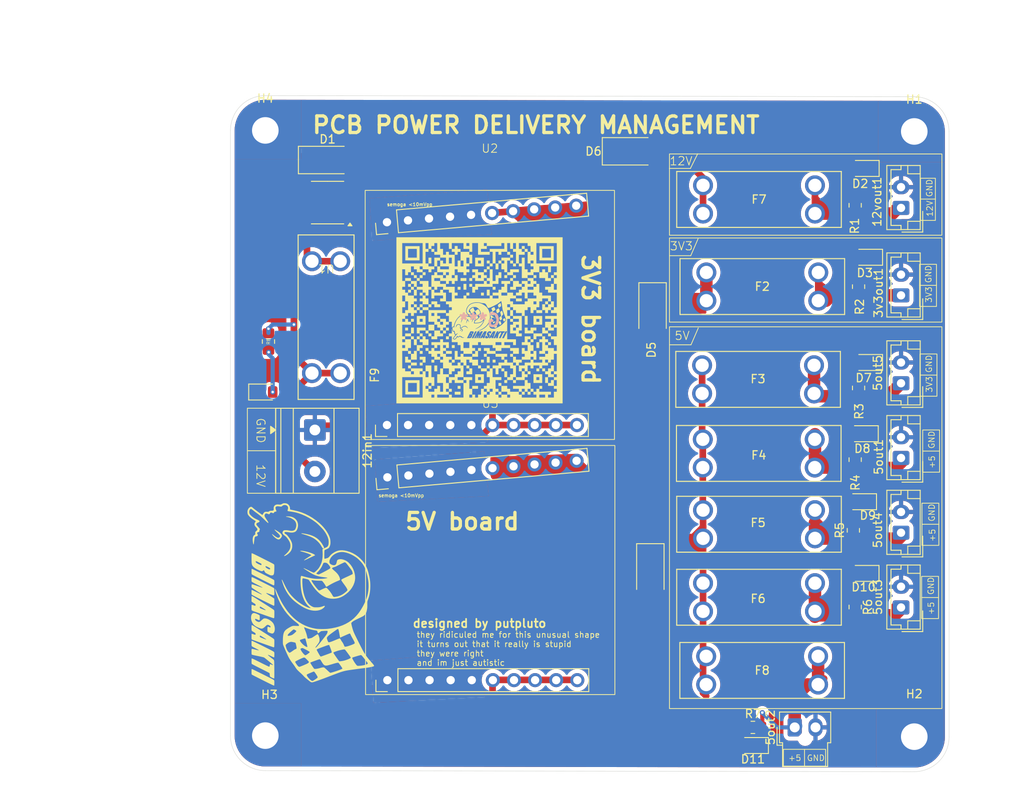
<source format=kicad_pcb>
(kicad_pcb (version 20241229) (generator "pcbnew") (generator_version "9.0")
  (layers (0 "F.Cu" signal) (2 "B.Cu" signal) (13 "F.Paste" user) (15 "B.Paste" user) (5 "F.SilkS" user "F.Silkscreen") (7 "B.SilkS" user "B.Silkscreen") (1 "F.Mask" user) (3 "B.Mask" user) (25 "Edge.Cuts" user))
  (net 0 "")
  (net 1 "GND")
  (net 2 "Net-(12in1-Pin_2)")
  (net 3 "Net-(3v3out1-Pin_1)")
  (net 4 "5Vin")
  (net 5 "Net-(5out5-Pin_1)")
  (net 6 "3Vin")
  (net 7 "Net-(5out1-Pin_1)")
  (net 8 "Net-(5out2-Pin_1)")
  (net 9 "Net-(12vout1-Pin_1)")
  (net 10 "Net-(5out3-Pin_1)")
  (net 11 "Net-(5out4-Pin_1)")
  (net 12 "Net-(U1-D)")
  (net 13 "Net-(D2-A)")
  (net 14 "Net-(D3-A)")
  (net 15 "Net-(D7-A)")
  (net 16 "Net-(D8-A)")
  (net 17 "Net-(D9-A)")
  (net 18 "Net-(D10-A)")
  (net 19 "Net-(D11-A)")
  (net 20 "12tobuck")
  (net 21 "Net-(D12-A)")
  (footprint "MountingHole:MountingHole_3.2mm_M3_ISO7380_Pad_TopBottom" (layer "F.Cu") (at 153.416 19.42)
    (property "Reference" "H1")
    (property "Value" "MountingHole_Pad")
  )
  (footprint "0_FUSE:0_FUSE_3557-2" (layer "F.Cu") (at 135.128 38.1)
    (property "Reference" "F2")
    (property "Value" "3557-2")
  )
  (footprint "0_FUSE:0_FUSE_3557-2" (layer "F.Cu") (at 134.730741 27.608)
    (property "Reference" "F7")
    (property "Value" "3557-2")
  )
  (footprint "Resistor_SMD:R_0805_2012Metric_Pad1.20x1.40mm_HandSolder" (layer "F.Cu") (at 146.713601 38.110289 90)
    (property "Reference" "R2")
    (property "Value" "220R")
  )
  (footprint "LED_SMD:LED_0805_2012Metric_Pad1.15x1.40mm_HandSolder" (layer "F.Cu") (at 147.738601 47.244 180)
    (property "Reference" "D7")
    (property "Value" "LED")
  )
  (footprint "Connector_JST:JST_EH_B2B-EH-A_1x02_P2.50mm_Vertical" (layer "F.Cu") (at 151.82287 49.744 90)
    (property "Reference" "5out5")
    (property "Value" "~")
  )
  (footprint "Connector_Molex:Molex_Nano-Fit_105309-xx02_1x02_P2.50mm_Vertical" (layer "F.Cu") (at 139.0288 91.186 90)
    (property "Reference" "5out2")
    (property "Value" "~")
  )
  (footprint "Connector_JST:JST_EH_B2B-EH-A_1x02_P2.50mm_Vertical" (layer "F.Cu") (at 151.82287 39.159574 90)
    (property "Reference" "3v3out1")
    (property "Value" "~")
  )
  (footprint "Resistor_SMD:R_0805_2012Metric_Pad1.20x1.40mm_HandSolder" (layer "F.Cu") (at 146.304 28.310518 90)
    (property "Reference" "R1")
    (property "Value" "1k")
  )
  (footprint "0_FUSE:0_FUSE_3557-2" (layer "F.Cu") (at 134.62 49.276)
    (property "Reference" "F3")
    (property "Value" "3557-2")
  )
  (footprint "MountingHole:MountingHole_3.2mm_M3_ISO7380_Pad_TopBottom" (layer "F.Cu") (at 153.416 92.303707)
    (property "Reference" "H2")
    (property "Value" "MountingHole_Pad")
  )
  (footprint "LED_SMD:LED_0805_2012Metric_Pad1.15x1.40mm_HandSolder" (layer "F.Cu") (at 147.222653 55.820632 180)
    (property "Reference" "D8")
    (property "Value" "LED")
  )
  (footprint "Resistor_SMD:R_0805_2012Metric_Pad1.20x1.40mm_HandSolder" (layer "F.Cu") (at 146.084502 67.454124 90)
    (property "Reference" "R5")
    (property "Value" "330R")
  )
  (footprint "Resistor_SMD:R_0805_2012Metric_Pad1.20x1.40mm_HandSolder" (layer "F.Cu") (at 146.304 58.944 90)
    (property "Reference" "R4")
    (property "Value" "330R")
  )
  (footprint "0_FUSE:0_FUSE_3557-2" (layer "F.Cu") (at 82.628 41.787 90)
    (property "Reference" "F9")
    (property "Value" "3557-2")
  )
  (footprint "Connector_JST:JST_EH_B2B-EH-A_1x02_P2.50mm_Vertical" (layer "F.Cu") (at 151.82287 67.744 90)
    (property "Reference" "5out4")
    (property "Value" "~" (hide yes))
  )
  (footprint "Connector_JST:JST_EH_B2B-EH-A_1x02_P2.50mm_Vertical" (layer "F.Cu") (at 151.82287 76.744 90)
    (property "Reference" "5out3")
    (property "Value" "~")
  )
  (footprint "Connector_JST:JST_EH_B2B-EH-A_1x02_P2.50mm_Vertical" (layer "F.Cu") (at 151.82287 28.628494 90)
    (property "Reference" "12vout1")
    (property "Value" "~")
  )
  (footprint "LED_SMD:LED_0805_2012Metric_Pad1.15x1.40mm_HandSolder" (layer "F.Cu") (at 147.011442 64.013517 180)
    (property "Reference" "D9")
    (property "Value" "LED")
  )
  (footprint "BIMS_BUCK:BIMS_BUCK" (layer "F.Cu") (at 102.33341 21.970877)
    (property "Reference" "U2")
    (property "Value" "~")
  )
  (footprint "Resistor_SMD:R_0805_2012Metric_Pad1.20x1.40mm_HandSolder" (layer "F.Cu") (at 75.692 44.72 -90)
    (property "Reference" "R8")
    (property "Value" "1k")
  )
  (footprint "0_logo:logo_22x15.3" (layer "F.Cu") (at 80.772 75.184 -90)
    (property "Reference" "G***" (hide yes))
    (property "Value" "LOGO" (hide yes))
  )
  (footprint "AO4407A:SOIC-8 (AOD)" (layer "F.Cu") (at 82.66 35.4475 180)
    (property "Reference" "U1")
    (property "Value" "~")
  )
  (footprint "0_FUSE:0_FUSE_3557-2" (layer "F.Cu") (at 135.107741 84.328)
    (property "Reference" "F8")
    (property "Value" "3557-2")
  )
  (footprint "MountingHole:MountingHole_3.2mm_M3_ISO7380_Pad_TopBottom" (layer "F.Cu") (at 75.312586 19.29488)
    (property "Reference" "H4")
    (property "Value" "MountingHole_Pad")
  )
  (footprint "0_FUSE:0_FUSE_3557-2" (layer "F.Cu") (at 134.730741 66.724)
    (property "Reference" "F5")
    (property "Value" "3557-2")
  )
  (footprint "LED_SMD:LED_0805_2012Metric_Pad1.15x1.40mm_HandSolder" (layer "F.Cu") (at 147.738601 34.570289 180)
    (property "Reference" "D3")
    (property "Value" "LED")
  )
  (footprint "0_FUSE:0_FUSE_3557-2" (layer "F.Cu") (at 134.730741 75.516)
    (property "Reference" "F6")
    (property "Value" "3557-2")
  )
  (footprint "Resistor_SMD:R_0805_2012Metric_Pad1.20x1.40mm_HandSolder" (layer "F.Cu") (at 133.9944 91.186 180)
    (property "Reference" "R7")
    (property "Value" "330R")
  )
  (footprint "Diode_SMD:D_SMA" (layer "F.Cu") (at 121.653741 72.576 -90)
    (property "Reference" "D4" (hide yes))
    (property "Value" "SMAJ5.0A")
  )
  (footprint "Diode_SMD:D_SMA" (layer "F.Cu") (at 121.92 41.148 -90)
    (property "Reference" "D5")
    (property "Value" "SMAJ5.0A")
  )
  (footprint "Diode_SMD:D_SMA" (layer "F.Cu") (at 119.38 21.812)
    (property "Reference" "D6")
    (property "Value" "SMAJ5.0A")
  )
  (footprint "Diode_SMD:D_SMA" (layer "F.Cu") (at 82.804 22.86)
    (property "Reference" "D1")
    (property "Value" "SMAJ24A")
  )
  (footprint "LED_SMD:LED_0805_2012Metric_Pad1.15x1.40mm_HandSolder" (layer "F.Cu") (at 134.0014 93.3704 180)
    (property "Reference" "D11")
    (property "Value" "LED")
  )
  (footprint "Connector_JST:JST_EH_B2B-EH-A_1x02_P2.50mm_Vertical" (layer "F.Cu") (at 151.82287 58.744 90)
    (property "Reference" "5out1")
    (property "Value" "~" (hide yes))
  )
  (footprint "MountingHole:MountingHole_3.2mm_M3_ISO7380_Pad_TopBottom" (layer "F.Cu") (at 75.312586 92.178587)
    (property "Reference" "H3")
    (property "Value" "MountingHole_Pad")
  )
  (footprint "BIMS_BUCK:BIMS_BUCK" (layer "F.Cu") (at 102.381737 52.694155)
    (property "Reference" "U3")
    (property "Value" "~")
  )
  (footprint "LED_SMD:LED_0805_2012Metric_Pad1.15x1.40mm_HandSolder" (layer "F.Cu") (at 147.311 72.644 180)
    (property "Reference" "D10")
    (property "Value" "LED")
  )
  (footprint "0_FUSE:0_FUSE_3557-2" (layer "F.Cu") (at 134.70158 58.195669)
    (property "Reference" "F4")
    (property "Value" "3557-2")
  )
  (footprint "Resistor_SMD:R_0805_2012Metric_Pad1.20x1.40mm_HandSolder" (layer "F.Cu") (at 146.304 76.692 90)
    (property "Reference" "R6")
    (property "Value" "330R")
  )
  (footprint "LED_SMD:LED_0805_2012Metric_Pad1.15x1.40mm_HandSolder" (layer "F.Cu") (at 147.329 23.876 180)
    (property "Reference" "D2")
    (property "Value" "LED")
  )
  (footprint "0_logo:qrcode" (layer "F.Cu") (at 101.092 42.164)
    (property "Reference" "G***")
    (property "Value" "LOGO" (hide yes))
  )
  (footprint "Resistor_SMD:R_0805_2012Metric_Pad1.20x1.40mm_HandSolder" (layer "F.Cu") (at 146.713601 50.308 90)
    (property "Reference" "R3")
    (property "Value" "220R")
  )
  (footprint "LED_SMD:LED_0805_2012Metric_Pad1.15x1.40mm_HandSolder" (layer "F.Cu") (at 75.175 50.8)
    (property "Reference" "D12" (hide yes))
    (property "Value" "LED" (hide yes))
  )
  (footprint "TerminalBlock_Phoenix:TerminalBlock_Phoenix_MKDS-1,5-2_1x02_P5.00mm_Horizontal" (layer "F.Cu") (at 81.28 55.372 -90)
    (property "Reference" "12in1")
    (property "Value" "~")
  )
  (gr_line (start 123.932875 23.876) (end 126.472875 23.876) (stroke (width 0.1)) (layer "F.SilkS"))
  (gr_rect (start 73.152 52.752) (end 76.56 62.992) (stroke (width 0.1)) (fill no) (layer "F.SilkS"))
  (gr_line (start 156.328717 75.548427) (end 154.304999 75.542912) (stroke (width 0.1)) (layer "F.SilkS"))
  (gr_line (start 156.085761 37.956427) (end 154.053761 37.956427) (stroke (width 0.1)) (layer "F.SilkS"))
  (gr_line (start 140.208 95.8596) (end 140.208 93.8276) (stroke (width 0.1)) (layer "F.SilkS"))
  (gr_rect (start 154.304999 73.002912) (end 156.336999 78.082912) (stroke (width 0.1)) (fill no) (layer "F.SilkS"))
  (gr_line (start 156.464 57.912) (end 154.432 57.912) (stroke (width 0.1)) (layer "F.SilkS"))
  (gr_line (start 156.143739 48.761853) (end 154.111739 48.761853) (stroke (width 0.1)) (layer "F.SilkS"))
  (gr_line (start 126.516229 34.378351) (end 127.395362 32.34635) (stroke (width 0.1)) (layer "F.SilkS"))
  (gr_line (start 126.54618 45.113351) (end 127.425313 43.08135) (stroke (width 0.1)) (layer "F.SilkS"))
  (gr_rect (start 154.111739 46.221853) (end 156.143739 51.301853) (stroke (width 0.1)) (fill no) (layer "F.SilkS"))
  (gr_line (start 156.37013 66.727456) (end 154.33813 66.727456) (stroke (width 0.1)) (layer "F.SilkS"))
  (gr_line (start 123.976229 34.378351) (end 126.516229 34.378351) (stroke (width 0.1)) (layer "F.SilkS"))
  (gr_line (start 76.56 57.872) (end 73.152 57.872) (stroke (width 0.1)) (layer "F.SilkS"))
  (gr_rect (start 154.33813 64.187456) (end 156.37013 69.267456) (stroke (width 0.1)) (fill no) (layer "F.SilkS"))
  (gr_rect (start 123.952 22.133192) (end 156.740086 31.912893) (stroke (width 0.1)) (fill no) (layer "F.SilkS"))
  (gr_line (start 126.472875 23.876) (end 127.352008 22.103522) (stroke (width 0.1)) (layer "F.SilkS"))
  (gr_rect (start 123.952 32.251827) (end 156.740086 42.377275) (stroke (width 0.1)) (fill no) (layer "F.SilkS"))
  (gr_rect (start 154.053761 35.416427) (end 156.085761 40.496427) (stroke (width 0.1)) (fill no) (layer "F.SilkS"))
  (gr_rect (start 123.952 42.948086) (end 156.740086 88.916563) (stroke (width 0.1)) (fill no) (layer "F.SilkS"))
  (gr_rect (start 137.668 93.8276) (end 142.748 95.8596) (stroke (width 0.1)) (fill no) (layer "F.SilkS"))
  (gr_rect (start 154.432 55.372) (end 156.464 60.452) (stroke (width 0.1)) (fill no) (layer "F.SilkS"))
  (gr_rect (start 154.171097 25.054889) (end 155.956 30.134889) (stroke (width 0.1)) (fill no) (layer "F.SilkS"))
  (gr_line (start 155.956 27.566035) (end 154.175633 27.566035) (stroke (width 0.1)) (layer "F.SilkS"))
  (gr_line (start 124.00618 45.113351) (end 126.54618 45.113351) (stroke (width 0.1)) (layer "F.SilkS"))
  (gr_line (start 153.405122 96.521355) (end 75.299737 96.393584) (stroke (width 0.05)) (layer "Edge.Cuts"))
  (gr_arc (start 71.120492 19.282245) (mid 72.358856 16.325103) (end 75.32237 15.102067) (stroke (width 0.05)) (layer "Edge.Cuts"))
  (gr_line (start 75.32237 15.102066) (end 153.419886 15.237456) (stroke (width 0.05)) (layer "Edge.Cuts"))
  (gr_arc (start 157.607 92.341117) (mid 156.368636 95.298259) (end 153.405122 96.521295) (stroke (width 0.05)) (layer "Edge.Cuts"))
  (gr_line (start 157.600063 19.43934) (end 157.607 92.341117) (stroke (width 0.05)) (layer "Edge.Cuts"))
  (gr_arc (start 75.299682 96.393584) (mid 72.34254 95.15522) (end 71.119504 92.191706) (stroke (width 0.05)) (layer "Edge.Cuts"))
  (gr_arc (start 153.419886 15.237456) (mid 156.377025 16.475822) (end 157.600063 19.439334) (stroke (width 0.05)) (layer "Edge.Cuts"))
  (gr_line (start 71.119507 92.191706) (end 71.120492 19.282307) (stroke (width 0.05)) (layer "Edge.Cuts"))
  (gr_text "GND\n" (at 155.936673 66.454135 90) (layer "F.SilkS") (effects (font (size 0.7 0.7) (thickness 0.0875)) (justify left bottom)))
  (gr_text "GND\n" (at 140.450035 95.28626 0) (layer "F.SilkS") (effects (font (size 0.7 0.7) (thickness 0.0875)) (justify left bottom)))
  (gr_text "PCB POWER DELIVERY MANAGEMENT" (at 80.772 19.812 0) (layer "F.SilkS") (effects (font (size 2 2) (thickness 0.4) (bold yes)) (justify left bottom)))
  (gr_text "+5\n" (at 155.956 60.057194 90) (layer "F.SilkS") (effects (font (size 0.7 0.7) (thickness 0.0875)) (justify left bottom)))
  (gr_text "GND\n" (at 155.539108 37.72451 90) (layer "F.SilkS") (effects (font (size 0.7 0.7) (thickness 0.0875)) (justify left bottom)))
  (gr_text "semoga <10mVpp\n" (at 89.916 28.448 0) (layer "F.SilkS") (effects (font (size 0.4 0.4) (thickness 0.08) (bold yes)) (justify left bottom)))
  (gr_text "5V board\n" (at 91.948 67.564 0) (layer "F.SilkS") (effects (font (size 2 2) (thickness 0.4) (bold yes)) (justify left bottom)))
  (gr_text "+5\n" (at 138.208206 95.28626 0) (layer "F.SilkS") (effects (font (size 0.7 0.7) (thickness 0.0875)) (justify left bottom)))
  (gr_text "+5\n" (at 155.997412 68.87265 90) (layer "F.SilkS") (effects (font (size 0.7 0.7) (thickness 0.0875)) (justify left bottom)))
  (gr_text "designed by putpluto\n" (at 92.964 79.248 0) (layer "F.SilkS") (effects (font (size 1 1) (thickness 0.2) (bold yes)) (justify left bottom)))
  (gr_text "+5\n" (at 155.853848 77.668783 90) (layer "F.SilkS") (effects (font (size 0.7 0.7) (thickness 0.0875)) (justify left bottom)))
  (gr_text "GND\n" (at 155.656444 27.362972 90) (layer "F.SilkS") (effects (font (size 0.7 0.7) (thickness 0.0875)) (justify left bottom)))
  (gr_text "GND\n" (at 74.168 53.848 270) (layer "F.SilkS") (effects (font (size 1 1) (thickness 0.1)) (justify left bottom)))
  (gr_text "12V" (at 155.695097 29.740083 90) (layer "F.SilkS") (effects (font (size 0.7 0.7) (thickness 0.0875)) (justify left bottom)))
  (gr_text "semoga <10mVpp\n" (at 88.9 63.5 0) (layer "F.SilkS") (effects (font (size 0.4 0.4) (thickness 0.08) (bold yes)) (justify left bottom)))
  (gr_text "5V\n" (at 124.51418 44.605351 0) (layer "F.SilkS") (effects (font (size 1 1) (thickness 0.1)) (justify left bottom)))
  (gr_text "3V3" (at 155.635739 50.907047 90) (layer "F.SilkS") (effects (font (size 0.7 0.7) (thickness 0.0875)) (justify left bottom)))
  (gr_text "GND\n" (at 155.834522 75.272346 90) (layer "F.SilkS") (effects (font (size 0.7 0.7) (thickness 0.0875)) (justify left bottom)))
  (gr_text "12V\n" (at 74.168 59.436 270) (layer "F.SilkS") (effects (font (size 1 1) (thickness 0.1)) (justify left bottom)))
  (gr_text "3V3\n" (at 123.941514 33.815134 0) (layer "F.SilkS") (effects (font (size 1 1) (thickness 0.1)) (justify left bottom)))
  (gr_text "3V3\n" (at 155.577761 40.101621 90) (layer "F.SilkS") (effects (font (size 0.7 0.7) (thickness 0.0875)) (justify left bottom)))
  (gr_text "3V3 board\n" (at 113.284 34.036 270) (layer "F.SilkS") (effects (font (size 2 2) (thickness 0.4) (bold yes)) (justify left bottom)))
  (gr_text "GND\n" (at 155.597086 48.529936 90) (layer "F.SilkS") (effects (font (size 0.7 0.7) (thickness 0.0875)) (justify left bottom)))
  (gr_text "GND\n" (at 155.917347 57.680083 90) (layer "F.SilkS") (effects (font (size 0.7 0.7) (thickness 0.0875)) (justify left bottom)))
  (gr_text "12V" (at 123.89816 23.572306 0) (layer "F.SilkS") (effects (font (size 1 1) (thickness 0.1)) (justify left bottom)))
  (gr_text "they ridiculed me for this unusual shape\nit turns out that it really is stupid\nthey were right\nand im just autistic" (at 93.472 83.82 0) (layer "F.SilkS") (effects (font (size 0.7 0.7) (thickness 0.1)) (justify left bottom)))
  (segment (start 87.376 54.864) (end 87.884 55.372) (width 0.8) (layer "F.Cu") (net 1))
  (segment (start 89.960098 85.466631) (end 100.120098 85.466631) (width 0.8) (layer "F.Cu") (net 1))
  (segment (start 89.954662 30.349502) (end 100.076 29.464) (width 0.8) (layer "F.Cu") (net 1))
  (segment (start 82.296 54.864) (end 87.376 54.864) (width 0.8) (layer "F.Cu") (net 1))
  (segment (start 89.95262 54.775348) (end 100.11262 54.775348) (width 0.8) (layer "F.Cu") (net 1))
  (segment (start 89.96214 61.040785) (end 100.083478 60.155283) (width 0.8) (layer "F.Cu") (net 1))
  (segment (start 84.804 22.86) (end 84.804 25.6075) (width 0.8) (layer "F.Cu") (net 1))
  (segment (start 84.804 25.6075) (end 85.279 26.0825) (width 0.8) (layer "F.Cu") (net 1))
  (segment (start 78.753 24.911) (end 78.753 46.347) (width 0.8) (layer "F.Cu") (net 2))
  (segment (start 78.74 50.71) (end 80.928 48.522) (width 0.8) (layer "F.Cu") (net 2))
  (segment (start 80.772 59.864) (end 80.692 59.864) (width 0.8) (layer "F.Cu") (net 2))
  (segment (start 78.74 57.912) (end 78.74 50.71) (width 0.8) (layer "F.Cu") (net 2))
  (segment (start 84.328 48.522) (end 80.928 48.522) (width 0.8) (layer "F.Cu") (net 2))
  (segment (start 80.692 59.864) (end 78.74 57.912) (width 0.8) (layer "F.Cu") (net 2))
  (segment (start 78.753 46.347) (end 80.928 48.522) (width 0.8) (layer "F.Cu") (net 2))
  (segment (start 80.804 22.86) (end 78.753 24.911) (width 0.8) (layer "F.Cu") (net 2))
  (segment (start 81.28 60.372) (end 80.772 59.864) (width 0.8) (layer "F.Cu") (net 2))
  (via (at 78.753 42.672) (size 0.6) (drill 0.3) (layers "F.Cu" "B.Cu") (net 2))
  (via (at 75.692 43.18) (size 0.6) (drill 0.3) (layers "F.Cu" "B.Cu") (net 2))
  (segment (start 78.753 42.672) (end 76.2 42.672) (width 0.5) (layer "B.Cu") (net 2))
  (segment (start 76.2 42.672) (end 75.692 43.18) (width 0.5) (layer "B.Cu") (net 2))
  (segment (start 75.692 43.18) (end 75.692 43.688) (width 0.5) (layer "B.Cu") (net 2))
  (segment (start 146.762886 39.159574) (end 146.713601 39.110289) (width 0.8) (layer "F.Cu") (net 3))
  (segment (start 142.406453 38.126289) (end 141.863 38.126289) (width 0.8) (layer "F.Cu") (net 3))
  (segment (start 151.793601 39.159574) (end 146.762886 39.159574) (width 1.5) (layer "F.Cu") (net 3))
  (segment (start 141.863 37.618289) (end 141.863 36.4) (width 0.8) (layer "F.Cu") (net 3))
  (segment (start 142.799312 39.8) (end 143.439738 39.159574) (width 1.5) (layer "F.Cu") (net 3))
  (segment (start 143.439738 39.159574) (end 143.404285 39.159574) (width 0.8) (layer "F.Cu") (net 3))
  (segment (start 143.45357 39.110289) (end 143.404285 39.159574) (width 0.8) (layer "F.Cu") (net 3))
  (segment (start 143.439738 39.159574) (end 142.406453 38.126289) (width 0.8) (layer "F.Cu") (net 3))
  (segment (start 143.439738 39.159574) (end 142.388285 39.159574) (width 0.8) (layer "F.Cu") (net 3))
  (segment (start 142.388285 39.159574) (end 141.863 38.634289) (width 0.8) (layer "F.Cu") (net 3))
  (segment (start 141.863 38.126289) (end 141.863 37.618289) (width 0.8) (layer "F.Cu") (net 3))
  (segment (start 143.404285 39.159574) (end 141.863 37.618289) (width 0.8) (layer "F.Cu") (net 3))
  (segment (start 146.713601 39.110289) (end 143.45357 39.110289) (width 1.5) (layer "F.Cu") (net 3))
  (segment (start 141.863 38.634289) (end 141.863 38.126289) (width 0.8) (layer "F.Cu") (net 3))
  (segment (start 141.863 39.8) (end 141.863 38.634289) (width 0.8) (layer "F.Cu") (net 3))
  (segment (start 141.863 39.8) (end 142.799312 39.8) (width 0.8) (layer "F.Cu") (net 3))
  (segment (start 127.011741 70.576) (end 127.011741 70.644) (width 0.8) (layer "F.Cu") (net 4))
  (segment (start 127.995741 67.071172) (end 126.256391 68.810522) (width 0.8) (layer "F.Cu") (net 4))
  (segment (start 127.995741 67.056) (end 127.995741 71.628) (width 0.8) (layer "F.Cu") (net 4))
  (segment (start 127.96658 59.895669) (end 127.96658 64.994839) (width 0.8) (layer "F.Cu") (net 4))
  (segment (start 127.995741 87.023) (end 128.372741 87.4) (width 0.8) (layer "F.Cu") (net 4))
  (segment (start 127.011741 70.644) (end 127.995741 71.628) (width 0.8) (layer "F.Cu") (net 4))
  (segment (start 102.613813 59.933907) (end 112.735151 59.048405) (width 0.8) (layer "F.Cu") (net 4))
  (segment (start 127.011741 70.576) (end 127.995741 69.592) (width 0.8) (layer "F.Cu") (net 4))
  (segment (start 121.653741 70.576) (end 127.011741 70.576) (width 0.8) (layer "F.Cu") (net 4))
  (segment (start 121.653741 67.966995) (end 121.653741 70.576) (width 0.8) (layer "F.Cu") (net 4))
  (segment (start 127.96658 56.495669) (end 127.96658 59.895669) (width 0.8) (layer "F.Cu") (net 4))
  (segment (start 112.735151 59.048405) (end 121.653741 67.966995) (width 0.8) (layer "F.Cu") (net 4))
  (segment (start 127.885 56.414089) (end 127.96658 56.495669) (width 0.8) (layer "F.Cu") (net 4))
  (segment (start 127.995741 71.628) (end 127.995741 87.023) (width 0.8) (layer "F.Cu") (net 4))
  (segment (start 127.885 47.576) (end 127.885 50.976) (width 0.8) (layer "F.Cu") (net 4))
  (segment (start 127.96658 64.994839) (end 127.995741 65.024) (width 0.8) (layer "F.Cu") (net 4))
  (segment (start 127.885 50.976) (end 127.885 56.414089) (width 0.8) (layer "F.Cu") (net 4))
  (segment (start 127.995741 66.192) (end 127.995741 67.056) (width 0.8) (layer "F.Cu") (net 4))
  (segment (start 127.995741 67.056) (end 127.995741 67.071172) (width 0.8) (layer "F.Cu") (net 4))
  (segment (start 141.687 51.308) (end 141.355 50.976) (width 1.5) (layer "F.Cu") (net 5))
  (segment (start 150.25887 51.308) (end 151.82287 49.744) (width 1.5) (layer "F.Cu") (net 5))
  (segment (start 146.713601 51.308) (end 150.25887 51.308) (width 1.5) (layer "F.Cu") (net 5))
  (segment (start 141.355 50.976) (end 141.355 47.576) (width 1.5) (layer "F.Cu") (net 5))
  (segment (start 146.713601 51.308) (end 141.687 51.308) (width 1.5) (layer "F.Cu") (net 5))
  (segment (start 128.393 36.4) (end 128.393 39.8) (width 1.5) (layer "F.Cu") (net 6))
  (segment (start 102.606335 29.242624) (end 102.606335 29.220273) (width 0.8) (layer "F.Cu") (net 6))
  (segment (start 119.123834 27.94) (end 122.161741 30.977907) (width 0.8) (layer "F.Cu") (net 6))
  (segment (start 112.727673 28.357122) (end 102.606335 29.242624) (width 0.8) (layer "F.Cu") (net 6))
  (segment (start 122.161741 30.977907) (end 122.161741 39.105907) (width 0.8) (layer "F.Cu") (net 6))
  (segment (start 122.32618 39.795674) (end 128.388674 39.795674) (width 0.8) (layer "F.Cu") (net 6))
  (segment (start 128.388674 39.795674) (end 128.393 39.8) (width 0.8) (layer "F.Cu") (net 6))
  (segment (start 117.856 27.94) (end 119.123834 27.94) (width 0.8) (layer "F.Cu") (net 6))
  (segment (start 112.727673 28.357122) (end 117.856 27.94) (width 0.8) (layer "F.Cu") (net 6))
  (segment (start 143.256 59.895669) (end 142.94141 59.895669) (width 1.5) (layer "F.Cu") (net 7))
  (segment (start 143.256 59.895669) (end 146.255669 59.895669) (width 1.5) (layer "F.Cu") (net 7))
  (segment (start 142.94141 59.895669) (end 141.465741 58.42) (width 1.5) (layer "F.Cu") (net 7))
  (segment (start 151.152111 59.944) (end 152.038325 59.057786) (width 1.5) (layer "F.Cu") (net 7))
  (segment (start 146.304 59.944) (end 151.152111 59.944) (width 1.5) (layer "F.Cu") (net 7))
  (segment (start 141.43658 59.895669) (end 143.256 59.895669) (width 1.5) (layer "F.Cu") (net 7))
  (segment (start 141.465741 59.28) (end 141.465741 58.42) (width 1.5) (layer "F.Cu") (net 7))
  (segment (start 141.465741 58.42) (end 141.465741 55.88) (width 1.5) (layer "F.Cu") (net 7))
  (segment (start 146.255669 59.895669) (end 146.304 59.944) (width 1.5) (layer "F.Cu") (net 7))
  (segment (start 135.128 89.408) (end 135.128 91.0524) (width 0.5) (layer "F.Cu") (net 8))
  (segment (start 141.842741 82.628) (end 141.842741 86.028) (width 1.5) (layer "F.Cu") (net 8))
  (segment (start 140.54 86.028) (end 139.0288 87.5392) (width 1.5) (layer "F.Cu") (net 8))
  (segment (start 139.0288 87.5392) (end 139.0288 91.186) (width 1.5) (layer "F.Cu") (net 8))
  (segment (start 142.532 86.028) (end 141.842741 86.028) (width 0.8) (layer "F.Cu") (net 8))
  (segment (start 141.842741 86.028) (end 140.54 86.028) (width 1.5) (layer "F.Cu") (net 8))
  (segment (start 141.842741 85.852) (end 142.598741 85.852) (width 0.8) (layer "F.Cu") (net 8))
  (segment (start 142.566741 85.304) (end 141.842741 86.028) (width 0.8) (layer "F.Cu") (net 8))
  (segment (start 135.128 91.0524) (end 134.9944 91.186) (width 0.5) (layer "F.Cu") (net 8))
  (via (at 135.128 89.408) (size 0.6) (drill 0.3) (layers "F.Cu" "B.Cu") (net 8))
  (segment (start 139.192 91.0228) (end 139.0288 91.186) (width 1.5) (layer "B.Cu") (net 8))
  (segment (start 139.0288 91.186) (end 136.906 91.186) (width 0.5) (layer "B.Cu") (net 8))
  (segment (start 136.906 91.186) (end 135.128 89.408) (width 0.5) (layer "B.Cu") (net 8))
  (segment (start 143.764044 29.308044) (end 150.782126 29.308044) (width 1.5) (layer "F.Cu") (net 9))
  (segment (start 150.782126 29.308044) (end 151.413447 28.676723) (width 1.5) (layer "F.Cu") (net 9))
  (segment (start 143.764 29.308) (end 143.341741 29.308) (width 0.8) (layer "F.Cu") (net 9))
  (segment (start 141.465741 27.432) (end 141.465741 29.308) (width 0.8) (layer "F.Cu") (net 9))
  (segment (start 143.341741 29.308) (end 141.465741 27.432) (width 0.8) (layer "F.Cu") (net 9))
  (segment (start 151.413447 28.676723) (end 151.413447 28.886553) (width 0.8) (layer "F.Cu") (net 9))
  (segment (start 151.413447 28.886553) (end 151.384 28.916) (width 0.8) (layer "F.Cu") (net 9))
  (segment (start 143.341741 29.308) (end 143.344259 29.310518) (width 0.8) (layer "F.Cu") (net 9))
  (segment (start 143.764 29.308) (end 143.764044 29.308044) (width 1.5) (layer "F.Cu") (net 9))
  (segment (start 141.465741 25.908) (end 141.465741 27.432) (width 0.8) (layer "F.Cu") (net 9))
  (segment (start 141.465741 29.308) (end 143.764 29.308) (width 1.5) (layer "F.Cu") (net 9))
  (segment (start 143.465741 77.692) (end 141.465741 75.692) (width 1.5) (layer "F.Cu") (net 10))
  (segment (start 151.339802 76.752198) (end 151.981726 76.752198) (width 1.5) (layer "F.Cu") (net 10))
  (segment (start 143.764 77.692) (end 141.941741 77.692) (width 1.5) (layer "F.Cu") (net 10))
  (segment (start 146.304 77.692) (end 151.041924 77.692) (width 1.5) (layer "F.Cu") (net 10))
  (segment (start 141.941741 77.692) (end 141.465741 77.216) (width 1.5) (layer "F.Cu") (net 10))
  (segment (start 143.465741 77.692) (end 146.304 77.692) (width 1.5) (layer "F.Cu") (net 10))
  (segment (start 143.764 77.692) (end 143.465741 77.692) (width 1.5) (layer "F.Cu") (net 10))
  (segment (start 141.465741 77.872) (end 141.465741 75.692) (width 1.5) (layer "F.Cu") (net 10))
  (segment (start 151.041924 77.692) (end 151.981726 76.752198) (width 1.5) (layer "F.Cu") (net 10))
  (segment (start 141.465741 75.692) (end 141.465741 74.472) (width 1.5) (layer "F.Cu") (net 10))
  (segment (start 146.084502 68.454124) (end 148.715835 68.454124) (width 1.5) (layer "F.Cu") (net 11))
  (segment (start 141.465741 65.024) (end 141.465741 66.548) (width 0.8) (layer "F.Cu") (net 11))
  (segment (start 143.366348 68.448607) (end 141.465741 66.548) (width 1.5) (layer "F.Cu") (net 11))
  (segment (start 151.532963 68.454124) (end 152.015699 67.971388) (width 1.5) (layer "F.Cu") (net 11))
  (segment (start 146.38406 68.448607) (end 144.272 68.448607) (width 1.5) (layer "F.Cu") (net 11))
  (segment (start 144.272 68.448607) (end 141.490348 68.448607) (width 1.5) (layer "F.Cu") (net 11))
  (segment (start 141.465741 66.548) (end 141.465741 68.424) (width 1.5) (layer "F.Cu") (net 11))
  (segment (start 141.490348 68.448607) (end 141.465741 68.424) (width 1.5) (layer "F.Cu") (net 11))
  (segment (start 144.272 68.448607) (end 143.366348 68.448607) (width 1.5) (layer "F.Cu") (net 11))
  (segment (start 148.715835 68.454124) (end 151.532963 68.454124) (width 1.5) (layer "F.Cu") (net 11))
  (segment (start 80.329 29.8925) (end 80.329 34.453) (width 0.8) (layer "F.Cu") (net 12))
  (segment (start 80.329 34.453) (end 80.928 35.052) (width 0.8) (layer "F.Cu") (net 12))
  (segment (start 80.928 35.052) (end 84.328 35.052) (width 0.8) (layer "F.Cu") (net 12))
  (segment (start 80.329 26.0825) (end 80.329 29.8925) (width 0.8) (layer "F.Cu") (net 12))
  (segment (start 146.304 27.310518) (end 146.304 23.876) (width 0.8) (layer "F.Cu") (net 13))
  (segment (start 146.713601 37.110289) (end 146.713601 34.570289) (width 0.8) (layer "F.Cu") (net 14))
  (segment (start 146.713601 49.308) (end 146.713601 47.244) (width 1.5) (layer "F.Cu") (net 15))
  (segment (start 146.304 55.926979) (end 146.197653 55.820632) (width 1.5) (layer "F.Cu") (net 16))
  (segment (start 146.304 57.944) (end 146.304 55.926979) (width 0.8) (layer "F.Cu") (net 16))
  (segment (start 146.084502 66.454124) (end 146.084502 64.111577) (width 0.8) (layer "F.Cu") (net 17))
  (segment (start 146.084502 64.111577) (end 145.986442 64.013517) (width 0.8) (layer "F.Cu") (net 17))
  (segment (start 146.304 72.662) (end 146.286 72.644) (width 0.8) (layer "F.Cu") (net 18))
  (segment (start 146.304 75.692) (end 146.304 72.662) (width 0.8) (layer "F.Cu") (net 18))
  (segment (start 132.9944 92.2528) (end 132.9764 92.2708) (width 0.5) (layer "F.Cu") (net 19))
  (segment (start 132.9944 91.186) (end 132.9944 92.2528) (width 0.5) (layer "F.Cu") (net 19))
  (segment (start 132.9764 92.2708) (end 132.9764 93.3704) (width 0.5) (layer "F.Cu") (net 19))
  (segment (start 102.65262 54.775348) (end 112.81262 54.775348) (width 0.8) (layer "F.Cu") (net 20))
  (segment (start 102.616 88.392) (end 102.660098 88.347902) (width 0.8) (layer "F.Cu") (net 20))
  (segment (start 87.376 31.9895) (end 85.279 29.8925) (width 0.8) (layer "F.Cu") (net 20))
  (segment (start 127.176 24.197907) (end 122.161741 24.197907) (width 0.8) (layer "F.Cu") (net 20))
  (segment (start 85.279 27.3525) (end 86.253999 27.3525) (width 0.8) (layer "F.Cu") (net 20))
  (segment (start 102.65262 54.775348) (end 102.65262 51.34462) (width 0.8) (layer "F.Cu") (net 20))
  (segment (start 87.376 85.852) (end 89.916 88.392) (width 0.8) (layer "F.Cu") (net 20))
  (segment (start 87.376 48.768) (end 87.376 31.9895) (width 0.8) (layer "F.Cu") (net 20))
  (segment (start 99.515968 57.912) (end 88.392 57.912) (width 0.8) (layer "F.Cu") (net 20))
  (segment (start 102.660098 88.347902) (end 102.660098 85.466631) (width 0.8) (layer "F.Cu") (net 20))
  (segment (start 102.65262 51.34462) (end 102.108 50.8) (width 0.8) (layer "F.Cu") (net 20))
  (segment (start 116.84 24.197907) (end 117.856 24.197907) (width 0.8) (layer "F.Cu") (net 20))
  (segment (start 117.38 21.812) (end 117.38 23.657907) (width 0.8) (layer "F.Cu") (net 20))
  (segment (start 102.65262 54.775348) (end 99.515968 57.912) (width 0.8) (layer "F.Cu") (net 20))
  (segment (start 89.408592 24.197907) (end 116.84 24.197907) (width 0.8) (layer "F.Cu") (net 20))
  (segment (start 87.376 58.928) (end 87.376 85.852) (width 0.8) (layer "F.Cu") (net 20))
  (segment (start 127.995741 25.017648) (end 127.995741 29.308) (width 0.8) (layer "F.Cu") (net 20))
  (segment (start 127.508 24.529907) (end 127.176 24.197907) (width 0.8) (layer "F.Cu") (net 20))
  (segment (start 89.916 88.392) (end 102.616 88.392) (width 0.8) (layer "F.Cu") (net 20))
  (segment (start 89.408 50.8) (end 87.376 48.768) (width 0.8) (layer "F.Cu") (net 20))
  (segment (start 117.38 23.721907) (end 117.856 24.197907) (width 0.8) (layer "F.Cu") (net 20))
  (segment (start 102.660098 85.466631) (end 112.820098 85.466631) (width 0.8) (layer "F.Cu") (net 20))
  (segment (start 85.279 27.3525) (end 85.279 29.8925) (width 0.8) (layer "F.Cu") (net 20))
  (segment (start 102.108 50.8) (end 89.408 50.8) (width 0.8) (layer "F.Cu") (net 20))
  (segment (start 127.508 24.529907) (end 127.995741 25.017648) (width 0.8) (layer "F.Cu") (net 20))
  (segment (start 86.253999 27.3525) (end 89.408592 24.197907) (width 0.8) (layer "F.Cu") (net 20))
  (segment (start 127.75187 24.773777) (end 127.508 24.529907) (width 0.8) (layer "F.Cu") (net 20))
  (segment (start 117.38 23.657907) (end 116.84 24.197907) (width 0.8) (layer "F.Cu") (net 20))
  (segment (start 117.38 23.657907) (end 117.38 23.721907) (width 0.8) (layer "F.Cu") (net 20))
  (segment (start 88.392 57.912) (end 87.376 58.928) (width 0.8) (layer "F.Cu") (net 20))
  (segment (start 117.856 24.197907) (end 122.669741 24.197907) (width 0.8) (layer "F.Cu") (net 20))
  (via (at 76.2 50.8) (size 0.6) (drill 0.3) (layers "F.Cu" "B.Cu") (net 21))
  (via (at 75.716074 46.00566) (size 0.6) (drill 0.3) (layers "F.Cu" "B.Cu") (net 21))
  (segment (start 75.716074 46.00566) (end 75.716074 46.252074) (width 0.5) (layer "B.Cu") (net 21))
  (segment (start 76.2 46.736) (end 76.2 50.8) (width 0.5) (layer "B.Cu") (net 21))
  (segment (start 75.716074 46.252074) (end 76.2 46.736) (width 0.5) (layer "B.Cu") (net 21))
  (zone (net 6) (net_name "3Vin") (layer "F.Cu") (priority 3) (connect_pads yes (clearance 0.5)) (min_thickness 0.25) (fill yes (thermal_gap 0.5) (thermal_bridge_width 0.5))
    (polygon (pts (xy 104.984814 28.588804) (xy 119.38 27.432) (xy 122.97115 31.176247) (xy 122.97115 40.167304) (xy 117.230207 40.167304) (xy 104.583498 29.296429)))
  )
  (zone (net 6) (net_name "3Vin") (layer "F.Cu") (priority 2) (connect_pads yes (clearance 0.5)) (min_thickness 0.25) (fill yes (thermal_gap 0.5) (thermal_bridge_width 0.5))
    (polygon (pts (xy 121.976207 37.110289) (xy 124.361601 38.854024) (xy 128.393 38.866202) (xy 128.393 41.354756) (xy 122.014078 41.376797)))
  )
  (zone (net 4) (net_name "5Vin") (layer "F.Cu") (priority 3) (connect_pads yes (clearance 0.5)) (min_thickness 0.25) (fill yes (thermal_gap 0.5) (thermal_bridge_width 0.5))
    (polygon (pts (xy 102.403032 58.606175) (xy 112.598067 58.242067) (xy 117.513034 63.157034) (xy 121.92 67.564) (xy 122.429521 67.841628) (xy 128.051897 67.878739) (xy 128.016 70.972295) (xy 113.953731 70.972295) (xy 102.403032 61.066784)))
  )
  (zone (net 1) (net_name "GND") (layers "F.Cu" "B.Cu") (priority 7) (connect_pads yes (clearance 0.5)) (min_thickness 0.25) (fill yes (thermal_gap 0.5) (thermal_bridge_width 0.5))
    (polygon (pts (xy 88.392 58.928) (xy 101.655219 57.935461) (xy 102.206013 63.327444) (xy 88.813022 64.008) (xy 88.494141 58.921092)))
  )
  (zone (net 1) (net_name "GND") (layers "F.Cu" "B.Cu") (connect_pads (clearance 0.5)) (min_thickness 0.25) (fill yes (thermal_gap 0.5) (thermal_bridge_width 0.5))
    (polygon (pts (xy 157.226 14.986) (xy 157.48 96.392715) (xy 60.96 96.395131) (xy 60.795464 15.621)))
  )
  (zone (net 1) (net_name "GND") (layers "F.Cu" "B.Cu") (priority 7) (connect_pads yes (clearance 0.5)) (min_thickness 0.25) (fill yes (thermal_gap 0.5) (thermal_bridge_width 0.5))
    (polygon (pts (xy 87.901232 83.143122) (xy 101.164451 82.150583) (xy 101.715245 87.542566) (xy 88.322254 88.223122) (xy 88.003373 83.136214)))
  )
  (zone (net 1) (net_name "GND") (layers "F.Cu" "B.Cu") (priority 1) (connect_pads yes (clearance 0.5)) (min_thickness 0.25) (fill yes (thermal_gap 0.5) (thermal_bridge_width 0.5))
    (polygon (pts (xy 71.494586 15.11488) (xy 71.494586 22.73488) (xy 79.622586 22.73488) (xy 79.622586 15.11488)))
  )
  (zone (net 1) (net_name "GND") (layers "F.Cu" "B.Cu") (priority 7) (connect_pads yes (clearance 0.5)) (min_thickness 0.25) (fill yes (thermal_gap 0.5) (thermal_bridge_width 0.5))
    (polygon (pts (xy 87.749688 27.475612) (xy 102.021199 26.407619) (xy 102.574454 31.823695) (xy 88.17071 32.555612) (xy 87.851829 27.468704)))
  )
  (zone (net 1) (net_name "GND") (layers "F.Cu" "B.Cu") (priority 1) (connect_pads yes (clearance 0.5)) (min_thickness 0.25) (fill yes (thermal_gap 0.5) (thermal_bridge_width 0.5))
    (polygon (pts (xy 149.098 14.986) (xy 149.098 23.114) (xy 157.226 23.114) (xy 157.226 14.986)))
  )
  (zone (net 1) (net_name "GND") (layers "F.Cu" "B.Cu") (priority 1) (connect_pads yes (clearance 0.5)) (min_thickness 0.25) (fill yes (thermal_gap 0.5) (thermal_bridge_width 0.5))
    (polygon (pts (xy 148.844 88.897707) (xy 148.844 96.517707) (xy 156.972 96.517707) (xy 156.972 88.897707)))
  )
  (zone (net 1) (net_name "GND") (layers "F.Cu" "B.Cu") (priority 7) (connect_pads yes (clearance 0.5)) (min_thickness 0.25) (fill yes (thermal_gap 0.5) (thermal_bridge_width 0.5))
    (polygon (pts (xy 87.277987 52.496556) (xy 101.549498 51.428563) (xy 102.102753 56.844639) (xy 87.699009 57.576556) (xy 87.380128 52.489648)))
  )
  (zone (net 1) (net_name "GND") (layers "F.Cu" "B.Cu") (priority 1) (connect_pads yes (clearance 0.5)) (min_thickness 0.25) (fill yes (thermal_gap 0.5) (thermal_bridge_width 0.5))
    (polygon (pts (xy 71.494586 88.264587) (xy 71.494586 95.884587) (xy 79.622586 95.884587) (xy 79.622586 88.264587)))
  )
)
</source>
